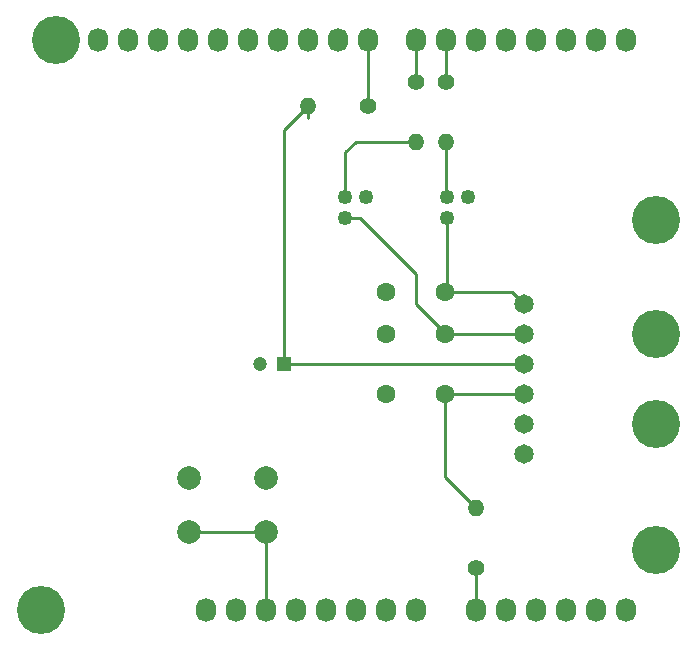
<source format=gtl>
%TF.GenerationSoftware,KiCad,Pcbnew,(5.1.9)-1*%
%TF.CreationDate,2021-02-18T13:46:49-05:00*%
%TF.ProjectId,K3NG_rotator_shield,4b334e47-5f72-46f7-9461-746f725f7368,rev?*%
%TF.SameCoordinates,Original*%
%TF.FileFunction,Copper,L1,Top*%
%TF.FilePolarity,Positive*%
%FSLAX46Y46*%
G04 Gerber Fmt 4.6, Leading zero omitted, Abs format (unit mm)*
G04 Created by KiCad (PCBNEW (5.1.9)-1) date 2021-02-18 13:46:49*
%MOMM*%
%LPD*%
G01*
G04 APERTURE LIST*
%TA.AperFunction,ComponentPad*%
%ADD10C,2.000000*%
%TD*%
%TA.AperFunction,ComponentPad*%
%ADD11C,4.064000*%
%TD*%
%TA.AperFunction,ComponentPad*%
%ADD12C,1.650000*%
%TD*%
%TA.AperFunction,ComponentPad*%
%ADD13O,1.400000X1.400000*%
%TD*%
%TA.AperFunction,ComponentPad*%
%ADD14C,1.400000*%
%TD*%
%TA.AperFunction,ComponentPad*%
%ADD15C,1.200000*%
%TD*%
%TA.AperFunction,ComponentPad*%
%ADD16R,1.200000X1.200000*%
%TD*%
%TA.AperFunction,ComponentPad*%
%ADD17C,1.600000*%
%TD*%
%TA.AperFunction,ComponentPad*%
%ADD18C,1.251000*%
%TD*%
%TA.AperFunction,ComponentPad*%
%ADD19O,1.727200X2.032000*%
%TD*%
%TA.AperFunction,Conductor*%
%ADD20C,0.250000*%
%TD*%
G04 APERTURE END LIST*
D10*
%TO.P,SW1,1*%
%TO.N,/Reset*%
X137518000Y-117221000D03*
%TO.P,SW1,2*%
%TO.N,GND*%
X137518000Y-112721000D03*
%TO.P,SW1,1*%
%TO.N,/Reset*%
X144018000Y-117221000D03*
%TO.P,SW1,2*%
%TO.N,GND*%
X144018000Y-112721000D03*
%TD*%
D11*
%TO.P,P8,1*%
%TO.N,Net-(P8-Pad1)*%
X177038000Y-108077000D03*
%TD*%
%TO.P,P8,1*%
%TO.N,Net-(P8-Pad1)*%
X177038000Y-100457000D03*
%TD*%
D12*
%TO.P,J1,6*%
%TO.N,Net-(J1-Pad6)*%
X165862000Y-110617000D03*
%TO.P,J1,5*%
%TO.N,GND*%
X165862000Y-108077000D03*
%TO.P,J1,4*%
%TO.N,/AZctlr*%
X165862000Y-105537000D03*
%TO.P,J1,3*%
%TO.N,/SPDctlr*%
X165862000Y-102997000D03*
%TO.P,J1,2*%
%TO.N,/CCWctlr*%
X165862000Y-100457000D03*
%TO.P,J1,1*%
%TO.N,/CWctlr*%
X165862000Y-97917000D03*
%TD*%
D13*
%TO.P,R4,2*%
%TO.N,Net-(Q2-Pad2)*%
X159258000Y-84201000D03*
D14*
%TO.P,R4,1*%
%TO.N,/6(\u002A\u002A)*%
X159258000Y-79121000D03*
%TD*%
D13*
%TO.P,R3,2*%
%TO.N,/SPDctlr*%
X147574000Y-81153000D03*
D14*
%TO.P,R3,1*%
%TO.N,/8*%
X152654000Y-81153000D03*
%TD*%
D13*
%TO.P,R2,2*%
%TO.N,Net-(Q1-Pad2)*%
X156718000Y-84201000D03*
D14*
%TO.P,R2,1*%
%TO.N,/7*%
X156718000Y-79121000D03*
%TD*%
D13*
%TO.P,R1,2*%
%TO.N,/AZctlr*%
X161798000Y-115189000D03*
D14*
%TO.P,R1,1*%
%TO.N,/A0*%
X161798000Y-120269000D03*
%TD*%
D15*
%TO.P,C4,2*%
%TO.N,GND*%
X143542000Y-102997000D03*
D16*
%TO.P,C4,1*%
%TO.N,/SPDctlr*%
X145542000Y-102997000D03*
%TD*%
D17*
%TO.P,C3,2*%
%TO.N,/CWctlr*%
X159178000Y-96901000D03*
%TO.P,C3,1*%
%TO.N,GND*%
X154178000Y-96901000D03*
%TD*%
%TO.P,C2,2*%
%TO.N,/CCWctlr*%
X159178000Y-100457000D03*
%TO.P,C2,1*%
%TO.N,GND*%
X154178000Y-100457000D03*
%TD*%
%TO.P,C1,2*%
%TO.N,/AZctlr*%
X159178000Y-105537000D03*
%TO.P,C1,1*%
%TO.N,GND*%
X154178000Y-105537000D03*
%TD*%
D18*
%TO.P,Q2,3*%
%TO.N,/CWctlr*%
X159376000Y-90687000D03*
%TO.P,Q2,2*%
%TO.N,Net-(Q2-Pad2)*%
X159376000Y-88891000D03*
%TO.P,Q2,1*%
%TO.N,GND*%
X161172000Y-88891000D03*
%TD*%
%TO.P,Q1,3*%
%TO.N,/CCWctlr*%
X150740000Y-90687000D03*
%TO.P,Q1,2*%
%TO.N,Net-(Q1-Pad2)*%
X150740000Y-88891000D03*
%TO.P,Q1,1*%
%TO.N,GND*%
X152536000Y-88891000D03*
%TD*%
D19*
%TO.P,P1,1*%
%TO.N,Net-(P1-Pad1)*%
X138938000Y-123825000D03*
%TO.P,P1,2*%
%TO.N,/IOREF*%
X141478000Y-123825000D03*
%TO.P,P1,3*%
%TO.N,/Reset*%
X144018000Y-123825000D03*
%TO.P,P1,4*%
%TO.N,+3V3*%
X146558000Y-123825000D03*
%TO.P,P1,5*%
%TO.N,+5V*%
X149098000Y-123825000D03*
%TO.P,P1,6*%
%TO.N,GND*%
X151638000Y-123825000D03*
%TO.P,P1,7*%
X154178000Y-123825000D03*
%TO.P,P1,8*%
%TO.N,/Vin*%
X156718000Y-123825000D03*
%TD*%
%TO.P,P2,1*%
%TO.N,/A0*%
X161798000Y-123825000D03*
%TO.P,P2,2*%
%TO.N,/A1*%
X164338000Y-123825000D03*
%TO.P,P2,3*%
%TO.N,/A2*%
X166878000Y-123825000D03*
%TO.P,P2,4*%
%TO.N,/A3*%
X169418000Y-123825000D03*
%TO.P,P2,5*%
%TO.N,/A4(SDA)*%
X171958000Y-123825000D03*
%TO.P,P2,6*%
%TO.N,/A5(SCL)*%
X174498000Y-123825000D03*
%TD*%
%TO.P,P3,1*%
%TO.N,/A5(SCL)*%
X129794000Y-75565000D03*
%TO.P,P3,2*%
%TO.N,/A4(SDA)*%
X132334000Y-75565000D03*
%TO.P,P3,3*%
%TO.N,/AREF*%
X134874000Y-75565000D03*
%TO.P,P3,4*%
%TO.N,GND*%
X137414000Y-75565000D03*
%TO.P,P3,5*%
%TO.N,/13(SCK)*%
X139954000Y-75565000D03*
%TO.P,P3,6*%
%TO.N,/12(MISO)*%
X142494000Y-75565000D03*
%TO.P,P3,7*%
%TO.N,/11(\u002A\u002A/MOSI)*%
X145034000Y-75565000D03*
%TO.P,P3,8*%
%TO.N,/10(\u002A\u002A/SS)*%
X147574000Y-75565000D03*
%TO.P,P3,9*%
%TO.N,/9(\u002A\u002A)*%
X150114000Y-75565000D03*
%TO.P,P3,10*%
%TO.N,/8*%
X152654000Y-75565000D03*
%TD*%
%TO.P,P4,1*%
%TO.N,/7*%
X156718000Y-75565000D03*
%TO.P,P4,2*%
%TO.N,/6(\u002A\u002A)*%
X159258000Y-75565000D03*
%TO.P,P4,3*%
%TO.N,/5(\u002A\u002A)*%
X161798000Y-75565000D03*
%TO.P,P4,4*%
%TO.N,/4*%
X164338000Y-75565000D03*
%TO.P,P4,5*%
%TO.N,/3(\u002A\u002A)*%
X166878000Y-75565000D03*
%TO.P,P4,6*%
%TO.N,/2*%
X169418000Y-75565000D03*
%TO.P,P4,7*%
%TO.N,/1(Tx)*%
X171958000Y-75565000D03*
%TO.P,P4,8*%
%TO.N,/0(Rx)*%
X174498000Y-75565000D03*
%TD*%
D11*
%TO.P,P5,1*%
%TO.N,Net-(P5-Pad1)*%
X124968000Y-123825000D03*
%TD*%
%TO.P,P6,1*%
%TO.N,Net-(P6-Pad1)*%
X177038000Y-118745000D03*
%TD*%
%TO.P,P7,1*%
%TO.N,Net-(P7-Pad1)*%
X126238000Y-75565000D03*
%TD*%
%TO.P,P8,1*%
%TO.N,Net-(P8-Pad1)*%
X177038000Y-90805000D03*
%TD*%
D20*
%TO.N,/Reset*%
X144018000Y-117221000D02*
X144018000Y-123825000D01*
X137518000Y-117221000D02*
X144018000Y-117221000D01*
%TO.N,/A0*%
X161798000Y-120269000D02*
X161798000Y-123825000D01*
%TO.N,/8*%
X152654000Y-75565000D02*
X152654000Y-81153000D01*
%TO.N,/7*%
X156718000Y-75565000D02*
X156718000Y-79121000D01*
%TO.N,/6(\u002A\u002A)*%
X159258000Y-75565000D02*
X159258000Y-79121000D01*
%TO.N,/CCWctlr*%
X159178000Y-100457000D02*
X165862000Y-100457000D01*
X159178000Y-100377000D02*
X159178000Y-100457000D01*
X156718000Y-97917000D02*
X159178000Y-100377000D01*
X156718000Y-95377000D02*
X156718000Y-97917000D01*
X152028000Y-90687000D02*
X156718000Y-95377000D01*
X150740000Y-90687000D02*
X152028000Y-90687000D01*
%TO.N,Net-(Q1-Pad2)*%
X156718000Y-84201000D02*
X151638000Y-84201000D01*
X150740000Y-85099000D02*
X150740000Y-88891000D01*
X151638000Y-84201000D02*
X150740000Y-85099000D01*
%TO.N,/CWctlr*%
X159376000Y-96703000D02*
X159178000Y-96901000D01*
X159376000Y-90687000D02*
X159376000Y-96703000D01*
X164846000Y-96901000D02*
X165862000Y-97917000D01*
X159178000Y-96901000D02*
X164846000Y-96901000D01*
%TO.N,Net-(Q2-Pad2)*%
X159258000Y-88773000D02*
X159376000Y-88891000D01*
X159258000Y-84201000D02*
X159258000Y-88773000D01*
%TO.N,/AZctlr*%
X159178000Y-105537000D02*
X165862000Y-105537000D01*
X159178000Y-112569000D02*
X161798000Y-115189000D01*
X159178000Y-105537000D02*
X159178000Y-112569000D01*
%TO.N,/SPDctlr*%
X147574000Y-81153000D02*
X147574000Y-82169000D01*
X147574000Y-81153000D02*
X145542000Y-83185000D01*
X145542000Y-83185000D02*
X145542000Y-102997000D01*
X145542000Y-102997000D02*
X165862000Y-102997000D01*
%TD*%
M02*

</source>
